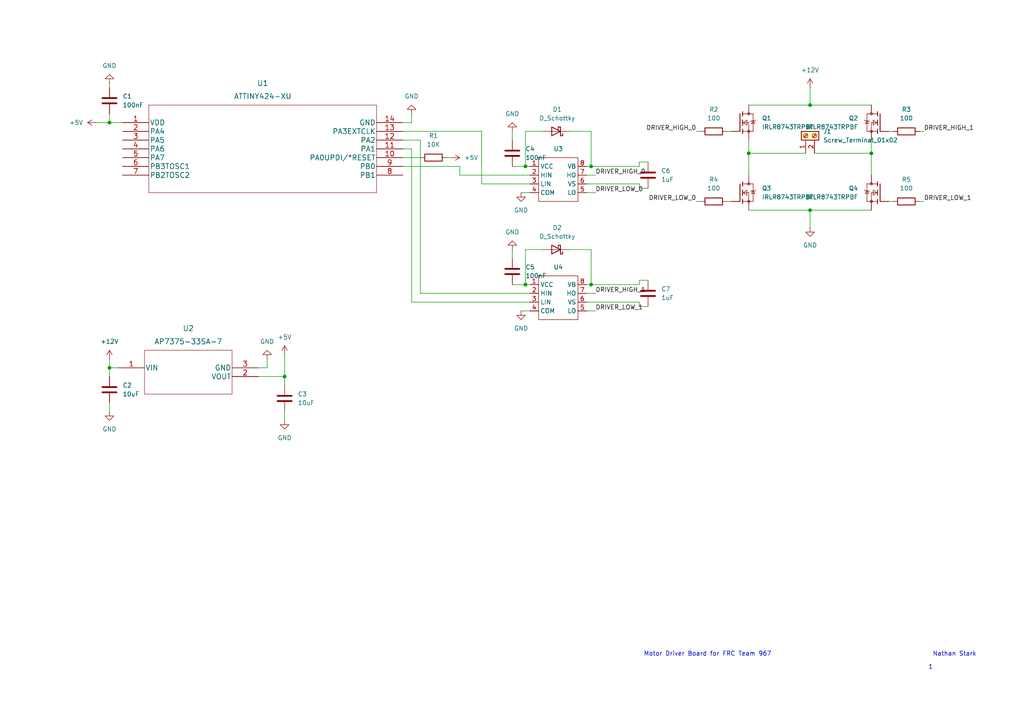
<source format=kicad_sch>
(kicad_sch (version 20211123) (generator eeschema)
  (paper "A4")
  (lib_symbols
    (symbol "AP7375-33SA-7:AP7375-33SA-7" (pin_names (offset 0.254))
      (property "Reference" "U" (at 20.32 10.16 0))
      (property "Value" "AP7375-33SA-7" (at 20.32 7.62 0))
      (symbol "AP7375-33SA-7_1_1"
        (polyline (pts (xy 7.62 -7.62) (xy 33.02 -7.62)) (stroke (width 0.127)))
        (polyline (pts (xy 7.62 5.08) (xy 7.62 -7.62)) (stroke (width 0.127)))
        (polyline (pts (xy 33.02 -7.62) (xy 33.02 5.08)) (stroke (width 0.127)))
        (polyline (pts (xy 33.02 5.08) (xy 7.62 5.08)) (stroke (width 0.127)))
        (pin input line (at 0 0 0) (length 7.62) (name "VIN") (number "1"))
        (pin output line (at 40.64 -2.54 180) (length 7.62) (name "VOUT") (number "2"))
        (pin power_in line (at 40.64 0 180) (length 7.62) (name "GND") (number "3"))
      )
    )
    (symbol "ATtiny424-XU:ATTINY424-XU" (pin_names (offset 0.254))
      (property "Reference" "U" (at 40.64 10.16 0))
      (property "Value" "ATTINY424-XU" (at 40.64 7.62 0))
      (symbol "ATTINY424-XU_1_1"
        (polyline (pts (xy 7.62 -20.32) (xy 73.66 -20.32)) (stroke (width 0.127)))
        (polyline (pts (xy 7.62 5.08) (xy 7.62 -20.32)) (stroke (width 0.127)))
        (polyline (pts (xy 73.66 -20.32) (xy 73.66 5.08)) (stroke (width 0.127)))
        (polyline (pts (xy 73.66 5.08) (xy 7.62 5.08)) (stroke (width 0.127)))
        (pin power_in line (at 0 0 0) (length 7.62) (name "VDD") (number "1"))
        (pin bidirectional line (at 81.28 -10.16 180) (length 7.62) (name "PA0UPDI/*RESET") (number "10"))
        (pin bidirectional line (at 81.28 -7.62 180) (length 7.62) (name "PA1") (number "11"))
        (pin bidirectional line (at 81.28 -5.08 180) (length 7.62) (name "PA2") (number "12"))
        (pin bidirectional line (at 81.28 -2.54 180) (length 7.62) (name "PA3EXTCLK") (number "13"))
        (pin power_in line (at 81.28 0 180) (length 7.62) (name "GND") (number "14"))
        (pin bidirectional line (at 0 -2.54 0) (length 7.62) (name "PA4") (number "2"))
        (pin bidirectional line (at 0 -5.08 0) (length 7.62) (name "PA5") (number "3"))
        (pin bidirectional line (at 0 -7.62 0) (length 7.62) (name "PA6") (number "4"))
        (pin bidirectional line (at 0 -10.16 0) (length 7.62) (name "PA7") (number "5"))
        (pin bidirectional line (at 0 -12.7 0) (length 7.62) (name "PB3TOSC1") (number "6"))
        (pin bidirectional line (at 0 -15.24 0) (length 7.62) (name "PB2TOSC2") (number "7"))
        (pin bidirectional line (at 81.28 -15.24 180) (length 7.62) (name "PB1") (number "8"))
        (pin bidirectional line (at 81.28 -12.7 180) (length 7.62) (name "PB0") (number "9"))
      )
    )
    (symbol "Connector:Screw_Terminal_01x02" (pin_names (offset 1.016) hide)
      (property "Reference" "J" (at 0 2.54 0))
      (property "Value" "Screw_Terminal_01x02" (at 0 -5.08 0))
      (symbol "Screw_Terminal_01x02_1_1"
        (rectangle (start -1.27 1.27) (end 1.27 -3.81) (stroke (width 0.254)) (fill (type background)))
        (circle (center 0 -2.54) (radius 0.635) (stroke (width 0.1524)))
        (polyline (pts (xy -0.5334 -2.2098) (xy 0.3302 -3.048)) (stroke (width 0.1524)))
        (polyline (pts (xy -0.5334 0.3302) (xy 0.3302 -0.508)) (stroke (width 0.1524)))
        (polyline (pts (xy -0.3556 -2.032) (xy 0.508 -2.8702)) (stroke (width 0.1524)))
        (polyline (pts (xy -0.3556 0.508) (xy 0.508 -0.3302)) (stroke (width 0.1524)))
        (circle (center 0 0) (radius 0.635) (stroke (width 0.1524)))
        (pin passive line (at -5.08 0 0) (length 3.81) (name "Pin_1") (number "1"))
        (pin passive line (at -5.08 -2.54 0) (length 3.81) (name "Pin_2") (number "2"))
      )
    )
    (symbol "Device:C" (pin_numbers hide) (pin_names (offset 0.254))
      (property "Reference" "C" (at 0.635 2.54 0))
      (property "Value" "C" (at 0.635 -2.54 0))
      (symbol "C_0_1"
        (polyline (pts (xy -2.032 -0.762) (xy 2.032 -0.762)) (stroke (width 0.508)))
        (polyline (pts (xy -2.032 0.762) (xy 2.032 0.762)) (stroke (width 0.508)))
      )
      (symbol "C_1_1"
        (pin passive line (at 0 3.81 270) (length 2.794) (name "~") (number "1"))
        (pin passive line (at 0 -3.81 90) (length 2.794) (name "~") (number "2"))
      )
    )
    (symbol "Device:D_Schottky" (pin_numbers hide) (pin_names (offset 1.016) hide)
      (property "Reference" "D" (at 0 2.54 0))
      (property "Value" "D_Schottky" (at 0 -2.54 0))
      (symbol "D_Schottky_0_1"
        (polyline (pts (xy 1.27 0) (xy -1.27 0)))
        (polyline (pts (xy 1.27 1.27) (xy 1.27 -1.27) (xy -1.27 0) (xy 1.27 1.27)) (stroke (width 0.254)))
        (polyline (pts (xy -1.905 0.635) (xy -1.905 1.27) (xy -1.27 1.27) (xy -1.27 -1.27) (xy -0.635 -1.27) (xy -0.635 -0.635)) (stroke (width 0.254)))
      )
      (symbol "D_Schottky_1_1"
        (pin passive line (at -3.81 0 0) (length 2.54) (name "K") (number "1"))
        (pin passive line (at 3.81 0 180) (length 2.54) (name "A") (number "2"))
      )
    )
    (symbol "Device:R" (pin_numbers hide) (pin_names (offset 0))
      (property "Reference" "R" (at 2.032 0 90))
      (property "Value" "R" (at 0 0 90))
      (symbol "R_0_1"
        (rectangle (start -1.016 -2.54) (end 1.016 2.54) (stroke (width 0.254)))
      )
      (symbol "R_1_1"
        (pin passive line (at 0 3.81 270) (length 1.27) (name "~") (number "1"))
        (pin passive line (at 0 -3.81 90) (length 1.27) (name "~") (number "2"))
      )
    )
    (symbol "IRLR8743TRPBF:IRLR8743TRPBF" (pin_numbers hide) (pin_names (offset 1.016) hide)
      (property "Reference" "Q" (at -11.43 2.54 0))
      (property "Value" "IRLR8743TRPBF" (at -11.43 -7.62 0))
      (symbol "IRLR8743TRPBF_0_0"
        (circle (center 0 -2.54) (radius 0.3556))
        (polyline (pts (xy -2.54 2.54) (xy -2.54 -2.54)) (stroke (width 0.254)))
        (polyline (pts (xy -1.778 -2.54) (xy -1.778 -3.175)) (stroke (width 0.254)))
        (polyline (pts (xy -1.778 -1.905) (xy -1.778 -2.54)) (stroke (width 0.254)))
        (polyline (pts (xy -1.778 0) (xy -1.778 -0.762)) (stroke (width 0.254)))
        (polyline (pts (xy -1.778 0) (xy 0 0)) (stroke (width 0.1524)))
        (polyline (pts (xy -1.778 0.762) (xy -1.778 0)) (stroke (width 0.254)))
        (polyline (pts (xy -1.778 2.54) (xy -1.778 1.905)) (stroke (width 0.254)))
        (polyline (pts (xy -1.778 2.54) (xy 1.27 2.54)) (stroke (width 0.1524)))
        (polyline (pts (xy -1.778 3.175) (xy -1.778 2.54)) (stroke (width 0.254)))
        (polyline (pts (xy 0 -2.54) (xy -1.778 -2.54)) (stroke (width 0.1524)))
        (polyline (pts (xy 0 -2.54) (xy 1.27 -2.54)) (stroke (width 0.1524)))
        (polyline (pts (xy 0 0) (xy 0 -2.54)) (stroke (width 0.1524)))
        (polyline (pts (xy 0.762 0.508) (xy 0.508 0.254)) (stroke (width 0.1524)))
        (polyline (pts (xy 1.27 0.508) (xy 0.762 0.508)) (stroke (width 0.1524)))
        (polyline (pts (xy 1.27 0.508) (xy 1.27 -2.54)) (stroke (width 0.1524)))
        (polyline (pts (xy 1.27 2.54) (xy 1.27 0.508)) (stroke (width 0.1524)))
        (polyline (pts (xy 1.778 0.508) (xy 1.27 0.508)) (stroke (width 0.1524)))
        (polyline (pts (xy 2.032 0.762) (xy 1.778 0.508)) (stroke (width 0.1524)))
        (polyline (pts (xy -1.524 0) (xy -0.508 0.762) (xy -0.508 -0.762) (xy -1.524 0)) (stroke (width 0.1524)) (fill (type background)))
        (polyline (pts (xy 1.27 0.508) (xy 0.762 -0.254) (xy 1.778 -0.254) (xy 1.27 0.508)) (stroke (width 0.1524)) (fill (type background)))
        (circle (center 0 2.54) (radius 0.3556))
        (pin passive line (at -5.08 -2.54 0) (length 2.54) (name "~") (number "1"))
        (pin passive line (at 0 -5.08 90) (length 2.54) (name "~") (number "2"))
        (pin passive line (at 0 5.08 270) (length 2.54) (name "~") (number "3"))
      )
    )
    (symbol "SCM_LIB:HALF_BRIDGE_DRIVER_DGD2003"
      (property "Reference" "U" (at 3.81 -11.43 0))
      (symbol "HALF_BRIDGE_DRIVER_DGD2003_0_1"
        (rectangle (start 2.54 2.54) (end 13.97 -10.16) (stroke (width 0.1524)))
      )
      (symbol "HALF_BRIDGE_DRIVER_DGD2003_1_1"
        (pin input line (at 0 0 0) (length 2.54) (name "VCC") (number "1"))
        (pin input line (at 0 -2.54 0) (length 2.54) (name "HIN") (number "2"))
        (pin input line (at 0 -5.08 0) (length 2.54) (name "LIN") (number "3"))
        (pin input line (at 0 -7.62 0) (length 2.54) (name "COM") (number "4"))
        (pin input line (at 16.51 -7.62 180) (length 2.54) (name "LO") (number "5"))
        (pin input line (at 16.51 -5.08 180) (length 2.54) (name "VS") (number "6"))
        (pin input line (at 16.51 -2.54 180) (length 2.54) (name "HO") (number "7"))
        (pin input line (at 16.51 0 180) (length 2.54) (name "VB") (number "8"))
      )
    )
    (symbol "power:+12V" (power) (pin_names (offset 0))
      (property "Value" "+12V" (at 0 3.556 0))
      (symbol "+12V_0_1"
        (polyline (pts (xy -0.762 1.27) (xy 0 2.54)))
        (polyline (pts (xy 0 0) (xy 0 2.54)))
        (polyline (pts (xy 0 2.54) (xy 0.762 1.27)))
      )
      (symbol "+12V_1_1"
        (pin power_in line (at 0 0 90) (length 0) hide (name "+12V") (number "1"))
      )
    )
    (symbol "power:+5V" (power) (pin_names (offset 0))
      (property "Value" "+5V" (at 0 3.556 0))
      (symbol "+5V_0_1"
        (polyline (pts (xy -0.762 1.27) (xy 0 2.54)))
        (polyline (pts (xy 0 0) (xy 0 2.54)))
        (polyline (pts (xy 0 2.54) (xy 0.762 1.27)))
      )
      (symbol "+5V_1_1"
        (pin power_in line (at 0 0 90) (length 0) hide (name "+5V") (number "1"))
      )
    )
    (symbol "power:GND" (power) (pin_names (offset 0))
      (property "Value" "GND" (at 0 -3.81 0))
      (symbol "GND_0_1"
        (polyline (pts (xy 0 0) (xy 0 -1.27) (xy 1.27 -1.27) (xy 0 -2.54) (xy -1.27 -1.27) (xy 0 -1.27)))
      )
      (symbol "GND_1_1"
        (pin power_in line (at 0 0 270) (length 0) hide (name "GND") (number "1"))
      )
    )
  )
  (junction (at 171.45 82.55))
  (junction (at 152.4 48.26))
  (junction (at 234.95 30.48))
  (junction (at 31.75 35.56))
  (junction (at 217.17 44.45))
  (junction (at 171.45 48.26))
  (junction (at 82.55 109.22))
  (junction (at 31.75 106.68))
  (junction (at 234.95 60.96))
  (junction (at 152.4 82.55))
  (junction (at 252.73 44.45))
  (wire (pts (xy 148.59 48.26) (xy 152.4 48.26)))
  (wire (pts (xy 257.81 58.42) (xy 259.08 58.42)))
  (wire (pts (xy 217.17 60.96) (xy 234.95 60.96)))
  (wire (pts (xy 116.84 40.64) (xy 121.92 40.64)))
  (wire (pts (xy 152.4 48.26) (xy 153.67 48.26)))
  (wire (pts (xy 170.18 90.17) (xy 172.72 90.17)))
  (wire (pts (xy 252.73 44.45) (xy 252.73 50.8)))
  (wire (pts (xy 82.55 119.38) (xy 82.55 121.92)))
  (wire (pts (xy 152.4 38.1) (xy 152.4 48.26)))
  (wire (pts (xy 116.84 48.26) (xy 133.35 48.26)))
  (wire (pts (xy 234.95 60.96) (xy 252.73 60.96)))
  (wire (pts (xy 170.18 82.55) (xy 171.45 82.55)))
  (wire (pts (xy 121.92 85.09) (xy 153.67 85.09)))
  (wire (pts (xy 185.42 46.99) (xy 187.96 46.99)))
  (wire (pts (xy 148.59 72.39) (xy 148.59 74.93)))
  (wire (pts (xy 152.4 72.39) (xy 152.4 82.55)))
  (wire (pts (xy 201.93 38.1) (xy 203.2 38.1)))
  (wire (pts (xy 74.93 109.22) (xy 82.55 109.22)))
  (wire (pts (xy 82.55 109.22) (xy 82.55 111.76)))
  (wire (pts (xy 185.42 54.61) (xy 185.42 53.34)))
  (wire (pts (xy 210.82 58.42) (xy 212.09 58.42)))
  (wire (pts (xy 129.54 45.72) (xy 130.81 45.72)))
  (wire (pts (xy 74.93 106.68) (xy 77.47 106.68)))
  (wire (pts (xy 31.75 106.68) (xy 31.75 109.22)))
  (wire (pts (xy 116.84 35.56) (xy 119.38 35.56)))
  (wire (pts (xy 234.95 60.96) (xy 234.95 66.04)))
  (wire (pts (xy 31.75 35.56) (xy 35.56 35.56)))
  (wire (pts (xy 170.18 53.34) (xy 185.42 53.34)))
  (wire (pts (xy 31.75 33.02) (xy 31.75 35.56)))
  (wire (pts (xy 171.45 48.26) (xy 185.42 48.26)))
  (wire (pts (xy 185.42 48.26) (xy 185.42 46.99)))
  (wire (pts (xy 170.18 85.09) (xy 172.72 85.09)))
  (wire (pts (xy 152.4 72.39) (xy 157.48 72.39)))
  (wire (pts (xy 133.35 50.8) (xy 153.67 50.8)))
  (wire (pts (xy 187.96 88.9) (xy 185.42 88.9)))
  (wire (pts (xy 185.42 81.28) (xy 187.96 81.28)))
  (wire (pts (xy 27.94 35.56) (xy 31.75 35.56)))
  (wire (pts (xy 133.35 48.26) (xy 133.35 50.8)))
  (wire (pts (xy 234.95 30.48) (xy 252.73 30.48)))
  (wire (pts (xy 77.47 106.68) (xy 77.47 104.14)))
  (wire (pts (xy 170.18 87.63) (xy 185.42 87.63)))
  (wire (pts (xy 217.17 44.45) (xy 217.17 50.8)))
  (wire (pts (xy 151.13 55.88) (xy 153.67 55.88)))
  (wire (pts (xy 116.84 45.72) (xy 121.92 45.72)))
  (wire (pts (xy 266.7 58.42) (xy 267.97 58.42)))
  (wire (pts (xy 171.45 72.39) (xy 171.45 82.55)))
  (wire (pts (xy 152.4 38.1) (xy 157.48 38.1)))
  (wire (pts (xy 148.59 82.55) (xy 152.4 82.55)))
  (wire (pts (xy 31.75 24.13) (xy 31.75 25.4)))
  (wire (pts (xy 119.38 87.63) (xy 153.67 87.63)))
  (wire (pts (xy 171.45 38.1) (xy 171.45 48.26)))
  (wire (pts (xy 148.59 38.1) (xy 148.59 40.64)))
  (wire (pts (xy 170.18 48.26) (xy 171.45 48.26)))
  (wire (pts (xy 234.95 25.4) (xy 234.95 30.48)))
  (wire (pts (xy 165.1 38.1) (xy 171.45 38.1)))
  (wire (pts (xy 217.17 40.64) (xy 217.17 44.45)))
  (wire (pts (xy 34.29 106.68) (xy 31.75 106.68)))
  (wire (pts (xy 139.7 38.1) (xy 139.7 53.34)))
  (wire (pts (xy 165.1 72.39) (xy 171.45 72.39)))
  (wire (pts (xy 31.75 116.84) (xy 31.75 119.38)))
  (wire (pts (xy 217.17 30.48) (xy 234.95 30.48)))
  (wire (pts (xy 210.82 38.1) (xy 212.09 38.1)))
  (wire (pts (xy 139.7 53.34) (xy 153.67 53.34)))
  (wire (pts (xy 31.75 106.68) (xy 31.75 104.14)))
  (wire (pts (xy 119.38 43.18) (xy 119.38 87.63)))
  (wire (pts (xy 121.92 40.64) (xy 121.92 85.09)))
  (wire (pts (xy 170.18 55.88) (xy 172.72 55.88)))
  (wire (pts (xy 236.22 44.45) (xy 252.73 44.45)))
  (wire (pts (xy 151.13 90.17) (xy 153.67 90.17)))
  (wire (pts (xy 82.55 102.87) (xy 82.55 109.22)))
  (wire (pts (xy 185.42 82.55) (xy 185.42 81.28)))
  (wire (pts (xy 171.45 82.55) (xy 185.42 82.55)))
  (wire (pts (xy 266.7 38.1) (xy 267.97 38.1)))
  (wire (pts (xy 119.38 33.02) (xy 119.38 35.56)))
  (wire (pts (xy 152.4 82.55) (xy 153.67 82.55)))
  (wire (pts (xy 252.73 40.64) (xy 252.73 44.45)))
  (wire (pts (xy 257.81 38.1) (xy 259.08 38.1)))
  (wire (pts (xy 116.84 43.18) (xy 119.38 43.18)))
  (wire (pts (xy 217.17 44.45) (xy 233.68 44.45)))
  (wire (pts (xy 185.42 88.9) (xy 185.42 87.63)))
  (wire (pts (xy 170.18 50.8) (xy 172.72 50.8)))
  (wire (pts (xy 201.93 58.42) (xy 203.2 58.42)))
  (wire (pts (xy 116.84 38.1) (xy 139.7 38.1)))
  (wire (pts (xy 187.96 54.61) (xy 185.42 54.61)))
  (text "1" (at 269.24 194.31 0) (effects (font (size 1.27 1.27)) (justify left bottom)))
  (text "Motor Driver Board for FRC Team 967" (at 186.69 190.5 0) (effects (font (size 1.27 1.27)) (justify left bottom)))
  (text "Nathan Stark" (at 270.51 190.5 0) (effects (font (size 1.27 1.27)) (justify left bottom)))
  (label "DRIVER_HIGH_1" (at 172.72 85.09 0))
  (label "DRIVER_LOW_1" (at 172.72 90.17 0))
  (label "DRIVER_LOW_0" (at 201.93 58.42 180))
  (label "DRIVER_HIGH_0" (at 172.72 50.8 0))
  (label "DRIVER_LOW_0" (at 172.72 55.88 0))
  (label "DRIVER_HIGH_1" (at 267.97 38.1 0))
  (label "DRIVER_HIGH_0" (at 201.93 38.1 180))
  (label "DRIVER_LOW_1" (at 267.97 58.42 0))
  (symbol (lib_id "IRLR8743TRPBF:IRLR8743TRPBF") (at 217.17 55.88 0) (unit 1)
    (property "Reference" "Q3" (at 220.98 54.6099 0) (effects (justify left)))
    (property "Value" "IRLR8743TRPBF" (at 220.98 57.1499 0) (effects (justify left)))
    (property "Footprint" "DPAK229P990X239-3N" (effects hide))
    (property "MANUFACTURER" "Infineon" (effects hide))
    (property "MAXIMUM_PACKAGE_HEIGHT" "2.39mm" (effects hide))
    (property "STANDARD" "IPC-7351B" (effects hide))
    (property "PARTREV" "N/A" (effects hide))
  )
  (symbol (lib_id "Device:R") (at 262.89 38.1 90) (unit 1)
    (property "Reference" "R3" (at 262.89 31.75 90))
    (property "Value" "100" (at 262.89 34.29 90))
  )
  (symbol (lib_id "IRLR8743TRPBF:IRLR8743TRPBF") (at 217.17 35.56 0) (unit 1)
    (property "Reference" "Q1" (at 220.98 34.2899 0) (effects (justify left)))
    (property "Value" "IRLR8743TRPBF" (at 220.98 36.8299 0) (effects (justify left)))
    (property "Footprint" "DPAK229P990X239-3N" (effects hide))
    (property "MANUFACTURER" "Infineon" (effects hide))
    (property "MAXIMUM_PACKAGE_HEIGHT" "2.39mm" (effects hide))
    (property "STANDARD" "IPC-7351B" (effects hide))
    (property "PARTREV" "N/A" (effects hide))
  )
  (symbol (lib_id "Device:D_Schottky") (at 161.29 38.1 180) (unit 1)
    (property "Reference" "D1" (at 161.6075 31.75 0))
    (property "Value" "D_Schottky" (at 161.6075 34.29 0))
  )
  (symbol (lib_id "Device:C") (at 187.96 50.8 0) (unit 1)
    (property "Reference" "C6" (at 191.77 49.5299 0) (effects (justify left)))
    (property "Value" "1uF" (at 191.77 52.0699 0) (effects (justify left)))
  )
  (symbol (lib_id "SCM_LIB:HALF_BRIDGE_DRIVER_DGD2003") (at 153.67 82.55 0) (unit 1)
    (property "Reference" "U4" (at 161.925 77.47 0))
    (property "Value" "HALF_BRIDGE_DRIVER_DGD2003" (effects hide))
  )
  (symbol (lib_id "power:+5V") (at 27.94 35.56 90) (unit 1)
    (property "Reference" "#PWR03" (effects hide))
    (property "Value" "+5V" (at 24.13 35.5599 90) (effects (justify left)))
  )
  (symbol (lib_id "Device:C") (at 187.96 85.09 0) (unit 1)
    (property "Reference" "C7" (at 191.77 83.8199 0) (effects (justify left)))
    (property "Value" "1uF" (at 191.77 86.3599 0) (effects (justify left)))
  )
  (symbol (lib_id "power:GND") (at 77.47 104.14 180) (unit 1)
    (property "Reference" "#PWR09" (effects hide))
    (property "Value" "GND" (at 77.47 99.06 0))
  )
  (symbol (lib_id "Device:C") (at 148.59 78.74 0) (unit 1)
    (property "Reference" "C5" (at 152.4 77.4699 0) (effects (justify left)))
    (property "Value" "100nF" (at 152.4 80.0099 0) (effects (justify left)))
  )
  (symbol (lib_id "power:GND") (at 31.75 119.38 0) (unit 1)
    (property "Reference" "#PWR010" (effects hide))
    (property "Value" "GND" (at 31.75 124.46 0))
  )
  (symbol (lib_id "Device:C") (at 148.59 44.45 0) (unit 1)
    (property "Reference" "C4" (at 152.4 43.1799 0) (effects (justify left)))
    (property "Value" "100nF" (at 152.4 45.7199 0) (effects (justify left)))
  )
  (symbol (lib_id "Device:R") (at 262.89 58.42 90) (unit 1)
    (property "Reference" "R5" (at 262.89 52.07 90))
    (property "Value" "100" (at 262.89 54.61 90))
  )
  (symbol (lib_id "IRLR8743TRPBF:IRLR8743TRPBF") (at 252.73 55.88 0) (mirror y) (unit 1)
    (property "Reference" "Q4" (at 248.92 54.6099 0) (effects (justify left)))
    (property "Value" "IRLR8743TRPBF" (at 248.92 57.1499 0) (effects (justify left)))
    (property "Footprint" "DPAK229P990X239-3N" (effects hide))
    (property "MANUFACTURER" "Infineon" (effects hide))
    (property "MAXIMUM_PACKAGE_HEIGHT" "2.39mm" (effects hide))
    (property "STANDARD" "IPC-7351B" (effects hide))
    (property "PARTREV" "N/A" (effects hide))
  )
  (symbol (lib_id "Device:C") (at 31.75 113.03 0) (unit 1)
    (property "Reference" "C2" (at 35.56 111.7599 0) (effects (justify left)))
    (property "Value" "10uF" (at 35.56 114.2999 0) (effects (justify left)))
  )
  (symbol (lib_id "Device:R") (at 207.01 38.1 90) (unit 1)
    (property "Reference" "R2" (at 207.01 31.75 90))
    (property "Value" "100" (at 207.01 34.29 90))
  )
  (symbol (lib_id "power:GND") (at 119.38 33.02 180) (unit 1)
    (property "Reference" "#PWR02" (effects hide))
    (property "Value" "GND" (at 119.38 27.94 0))
  )
  (symbol (lib_id "Device:C") (at 31.75 29.21 0) (unit 1)
    (property "Reference" "C1" (at 35.56 27.9399 0) (effects (justify left)))
    (property "Value" "100nF" (at 35.56 30.4799 0) (effects (justify left)))
  )
  (symbol (lib_id "Device:D_Schottky") (at 161.29 72.39 180) (unit 1)
    (property "Reference" "D2" (at 161.6075 66.04 0))
    (property "Value" "D_Schottky" (at 161.6075 68.58 0))
  )
  (symbol (lib_id "power:GND") (at 82.55 121.92 0) (unit 1)
    (property "Reference" "#PWR011" (effects hide))
    (property "Value" "GND" (at 82.55 127 0))
  )
  (symbol (lib_id "power:+5V") (at 82.55 102.87 0) (unit 1)
    (property "Reference" "#PWR07" (effects hide))
    (property "Value" "+5V" (at 82.55 97.79 0))
  )
  (symbol (lib_id "power:GND") (at 148.59 72.39 180) (unit 1)
    (property "Reference" "#PWR013" (effects hide))
    (property "Value" "GND" (at 148.59 67.31 0))
  )
  (symbol (lib_id "power:GND") (at 151.13 55.88 0) (unit 1)
    (property "Reference" "#PWR014" (effects hide))
    (property "Value" "GND" (at 151.13 60.96 0))
  )
  (symbol (lib_id "IRLR8743TRPBF:IRLR8743TRPBF") (at 252.73 35.56 0) (mirror y) (unit 1)
    (property "Reference" "Q2" (at 248.92 34.2899 0) (effects (justify left)))
    (property "Value" "IRLR8743TRPBF" (at 248.92 36.8299 0) (effects (justify left)))
    (property "Footprint" "DPAK229P990X239-3N" (effects hide))
    (property "MANUFACTURER" "Infineon" (effects hide))
    (property "MAXIMUM_PACKAGE_HEIGHT" "2.39mm" (effects hide))
    (property "STANDARD" "IPC-7351B" (effects hide))
    (property "PARTREV" "N/A" (effects hide))
  )
  (symbol (lib_id "AP7375-33SA-7:AP7375-33SA-7") (at 34.29 106.68 0) (unit 1)
    (property "Reference" "U2" (at 54.61 95.25 0) (effects (font (size 1.524 1.524))))
    (property "Value" "AP7375-33SA-7" (at 54.61 99.06 0) (effects (font (size 1.524 1.524))))
    (property "Footprint" "AP7375-33SA-7_DIO" (effects hide))
  )
  (symbol (lib_id "power:+5V") (at 130.81 45.72 270) (unit 1)
    (property "Reference" "#PWR05" (effects hide))
    (property "Value" "+5V" (at 134.62 45.7199 90) (effects (justify left)))
  )
  (symbol (lib_id "power:GND") (at 234.95 66.04 0) (unit 1)
    (property "Reference" "#PWR06" (effects hide))
    (property "Value" "GND" (at 234.95 71.12 0))
  )
  (symbol (lib_id "SCM_LIB:HALF_BRIDGE_DRIVER_DGD2003") (at 153.67 48.26 0) (unit 1)
    (property "Reference" "U3" (at 161.925 43.18 0))
    (property "Value" "HALF_BRIDGE_DRIVER_DGD2003" (effects hide))
  )
  (symbol (lib_id "Connector:Screw_Terminal_01x02") (at 233.68 39.37 90) (unit 1)
    (property "Reference" "J1" (at 238.76 38.0999 90) (effects (justify right)))
    (property "Value" "Screw_Terminal_01x02" (at 238.76 40.6399 90) (effects (justify right)))
  )
  (symbol (lib_id "Device:R") (at 125.73 45.72 90) (unit 1)
    (property "Reference" "R1" (at 125.73 39.37 90))
    (property "Value" "10K" (at 125.73 41.91 90))
  )
  (symbol (lib_id "power:GND") (at 151.13 90.17 0) (unit 1)
    (property "Reference" "#PWR015" (effects hide))
    (property "Value" "GND" (at 151.13 95.25 0))
  )
  (symbol (lib_id "Device:C") (at 82.55 115.57 0) (unit 1)
    (property "Reference" "C3" (at 86.36 114.2999 0) (effects (justify left)))
    (property "Value" "10uF" (at 86.36 116.8399 0) (effects (justify left)))
  )
  (symbol (lib_id "power:+12V") (at 234.95 25.4 0) (unit 1)
    (property "Reference" "#PWR04" (effects hide))
    (property "Value" "+12V" (at 234.95 20.32 0))
  )
  (symbol (lib_id "power:GND") (at 31.75 24.13 180) (unit 1)
    (property "Reference" "#PWR01" (effects hide))
    (property "Value" "GND" (at 31.75 19.05 0))
  )
  (symbol (lib_id "Device:R") (at 207.01 58.42 90) (unit 1)
    (property "Reference" "R4" (at 207.01 52.07 90))
    (property "Value" "100" (at 207.01 54.61 90))
  )
  (symbol (lib_id "power:+12V") (at 31.75 104.14 0) (unit 1)
    (property "Reference" "#PWR08" (effects hide))
    (property "Value" "+12V" (at 31.75 99.06 0))
  )
  (symbol (lib_id "ATtiny424-XU:ATTINY424-XU") (at 35.56 35.56 0) (unit 1)
    (property "Reference" "U1" (at 76.2 24.13 0) (effects (font (size 1.524 1.524))))
    (property "Value" "ATTINY424-XU" (at 76.2 27.94 0) (effects (font (size 1.524 1.524))))
    (property "Footprint" "TSSOP14_ST_MCH" (effects hide))
  )
  (symbol (lib_id "power:GND") (at 148.59 38.1 180) (unit 1)
    (property "Reference" "#PWR012" (effects hide))
    (property "Value" "GND" (at 148.59 33.02 0))
  )
)
</source>
